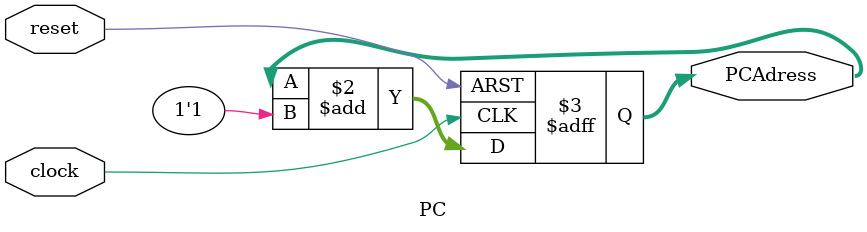
<source format=v>
module PC(
input clock, reset,
output reg [9:0] PCAdress
);

always @(posedge reset, posedge clock) begin
	if (reset)
	PCAdress <= 9'b0;
	else PCAdress <= PCAdress +1'd1;
	end
endmodule 
</source>
